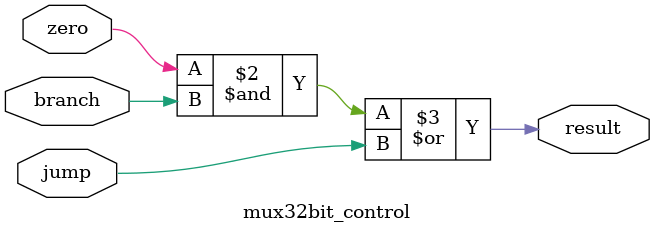
<source format=v>
module mux32bit_control(
    input zero,jump,branch,
    output reg result    
);

    always @(*) begin
        result = (zero & branch) | jump;
    end

endmodule
</source>
